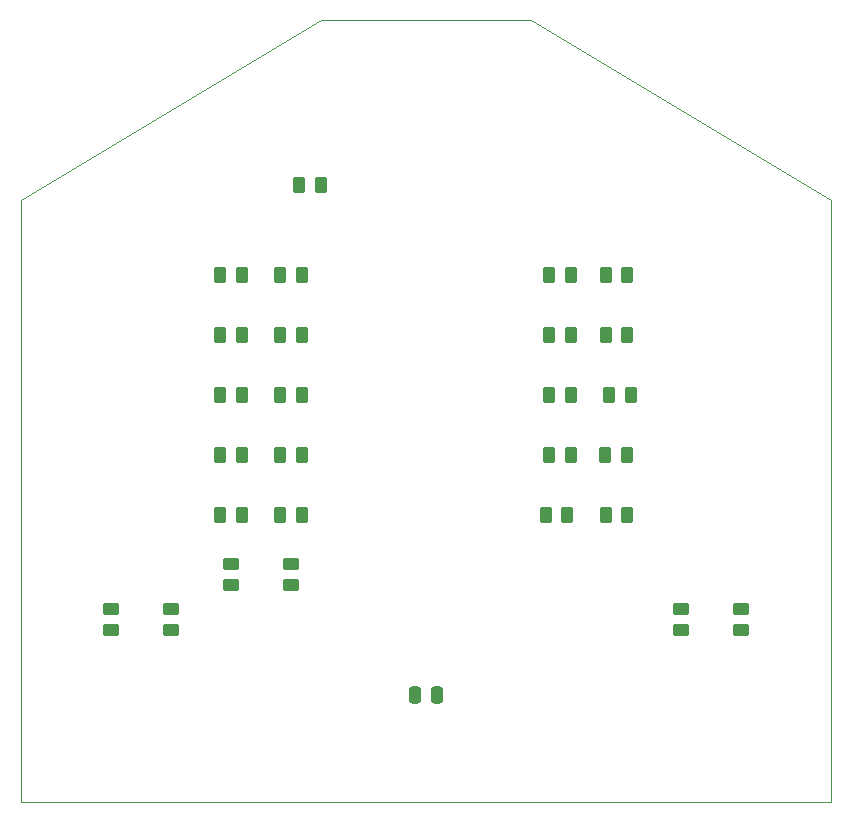
<source format=gbr>
%TF.GenerationSoftware,KiCad,Pcbnew,(6.0.4)*%
%TF.CreationDate,2022-06-08T19:20:38+01:00*%
%TF.ProjectId,Eiffel - Rev B,45696666-656c-4202-9d20-52657620422e,rev?*%
%TF.SameCoordinates,Original*%
%TF.FileFunction,Paste,Bot*%
%TF.FilePolarity,Positive*%
%FSLAX46Y46*%
G04 Gerber Fmt 4.6, Leading zero omitted, Abs format (unit mm)*
G04 Created by KiCad (PCBNEW (6.0.4)) date 2022-06-08 19:20:38*
%MOMM*%
%LPD*%
G01*
G04 APERTURE LIST*
G04 Aperture macros list*
%AMRoundRect*
0 Rectangle with rounded corners*
0 $1 Rounding radius*
0 $2 $3 $4 $5 $6 $7 $8 $9 X,Y pos of 4 corners*
0 Add a 4 corners polygon primitive as box body*
4,1,4,$2,$3,$4,$5,$6,$7,$8,$9,$2,$3,0*
0 Add four circle primitives for the rounded corners*
1,1,$1+$1,$2,$3*
1,1,$1+$1,$4,$5*
1,1,$1+$1,$6,$7*
1,1,$1+$1,$8,$9*
0 Add four rect primitives between the rounded corners*
20,1,$1+$1,$2,$3,$4,$5,0*
20,1,$1+$1,$4,$5,$6,$7,0*
20,1,$1+$1,$6,$7,$8,$9,0*
20,1,$1+$1,$8,$9,$2,$3,0*%
G04 Aperture macros list end*
%TA.AperFunction,Profile*%
%ADD10C,0.100000*%
%TD*%
%ADD11RoundRect,0.250000X0.262500X0.450000X-0.262500X0.450000X-0.262500X-0.450000X0.262500X-0.450000X0*%
%ADD12RoundRect,0.250000X-0.262500X-0.450000X0.262500X-0.450000X0.262500X0.450000X-0.262500X0.450000X0*%
%ADD13RoundRect,0.250000X-0.450000X0.262500X-0.450000X-0.262500X0.450000X-0.262500X0.450000X0.262500X0*%
%ADD14RoundRect,0.250000X0.450000X-0.262500X0.450000X0.262500X-0.450000X0.262500X-0.450000X-0.262500X0*%
%ADD15RoundRect,0.250000X-0.250000X-0.475000X0.250000X-0.475000X0.250000X0.475000X-0.250000X0.475000X0*%
G04 APERTURE END LIST*
D10*
X71120000Y-85090000D02*
X96520000Y-69850000D01*
X139700000Y-136070000D02*
X139700000Y-85090000D01*
X71120000Y-85090000D02*
X71120000Y-136070000D01*
X71120000Y-136070000D02*
X138430000Y-136070000D01*
X114300000Y-69850000D02*
X139700000Y-85090000D01*
X138430000Y-136070000D02*
X139700000Y-136070000D01*
X96520000Y-69850000D02*
X114300000Y-69850000D01*
D11*
%TO.C,R9*%
X117684700Y-91440000D03*
X115859700Y-91440000D03*
%TD*%
D12*
%TO.C,R17*%
X87987500Y-91440000D03*
X89812500Y-91440000D03*
%TD*%
D11*
%TO.C,R13*%
X117395000Y-111760000D03*
X115570000Y-111760000D03*
%TD*%
%TO.C,R20*%
X94892500Y-101600000D03*
X93067500Y-101600000D03*
%TD*%
D12*
%TO.C,R4*%
X120582200Y-106680000D03*
X122407200Y-106680000D03*
%TD*%
%TO.C,R3*%
X94695000Y-83820000D03*
X96520000Y-83820000D03*
%TD*%
%TO.C,R25*%
X87987500Y-111760000D03*
X89812500Y-111760000D03*
%TD*%
D11*
%TO.C,R18*%
X94892500Y-96520000D03*
X93067500Y-96520000D03*
%TD*%
D13*
%TO.C,R14*%
X93980000Y-115927500D03*
X93980000Y-117752500D03*
%TD*%
D12*
%TO.C,R23*%
X87987500Y-106680000D03*
X89812500Y-106680000D03*
%TD*%
D14*
%TO.C,R27*%
X132080000Y-121562500D03*
X132080000Y-119737500D03*
%TD*%
D12*
%TO.C,R7*%
X120650000Y-96520000D03*
X122475000Y-96520000D03*
%TD*%
D14*
%TO.C,R26*%
X127000000Y-121562500D03*
X127000000Y-119737500D03*
%TD*%
D12*
%TO.C,R21*%
X87987500Y-101600000D03*
X89812500Y-101600000D03*
%TD*%
D14*
%TO.C,R29*%
X78740000Y-121562500D03*
X78740000Y-119737500D03*
%TD*%
%TO.C,R28*%
X83820000Y-121562500D03*
X83820000Y-119737500D03*
%TD*%
D12*
%TO.C,R12*%
X115859700Y-101600000D03*
X117684700Y-101600000D03*
%TD*%
%TO.C,R10*%
X115859700Y-96520000D03*
X117684700Y-96520000D03*
%TD*%
D14*
%TO.C,R15*%
X88900000Y-117752500D03*
X88900000Y-115927500D03*
%TD*%
D12*
%TO.C,R8*%
X120650000Y-91440000D03*
X122475000Y-91440000D03*
%TD*%
D11*
%TO.C,R24*%
X94892500Y-111760000D03*
X93067500Y-111760000D03*
%TD*%
D12*
%TO.C,R11*%
X115859700Y-106680000D03*
X117684700Y-106680000D03*
%TD*%
D11*
%TO.C,R22*%
X94892500Y-106680000D03*
X93067500Y-106680000D03*
%TD*%
%TO.C,R6*%
X122475000Y-111760000D03*
X120650000Y-111760000D03*
%TD*%
D12*
%TO.C,R5*%
X120939700Y-101600000D03*
X122764700Y-101600000D03*
%TD*%
%TO.C,R19*%
X87987500Y-96520000D03*
X89812500Y-96520000D03*
%TD*%
D15*
%TO.C,C3*%
X104460000Y-127000000D03*
X106360000Y-127000000D03*
%TD*%
D11*
%TO.C,R16*%
X94892500Y-91440000D03*
X93067500Y-91440000D03*
%TD*%
M02*

</source>
